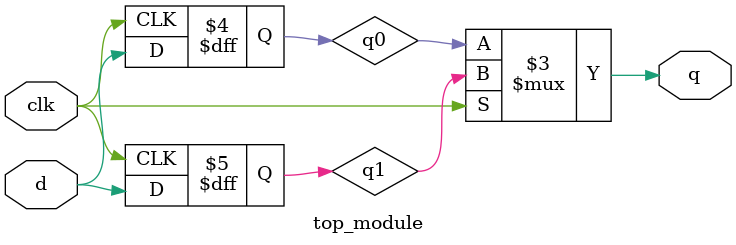
<source format=v>
module top_module (
    input clk,
    input d,
    output q
);
	reg q1,q0;
	always@(posedge clk)
        q1<=d;
	always@(negedge clk)
    	q0<=d;
	assign q=clk?q1:q0;
endmodule

</source>
